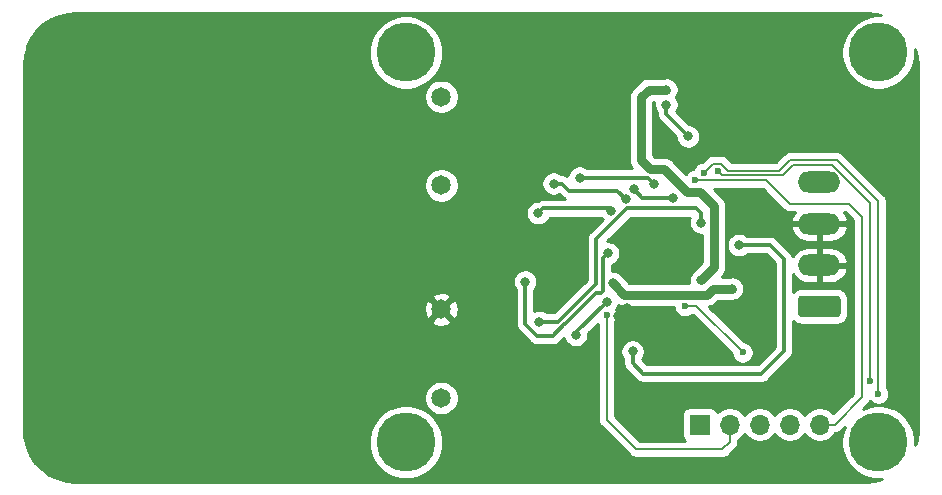
<source format=gbr>
%TF.GenerationSoftware,KiCad,Pcbnew,(5.1.6)-1*%
%TF.CreationDate,2020-12-03T13:02:19+08:00*%
%TF.ProjectId,SuperCap_UPS,53757065-7243-4617-905f-5550532e6b69,rev?*%
%TF.SameCoordinates,Original*%
%TF.FileFunction,Copper,L2,Bot*%
%TF.FilePolarity,Positive*%
%FSLAX46Y46*%
G04 Gerber Fmt 4.6, Leading zero omitted, Abs format (unit mm)*
G04 Created by KiCad (PCBNEW (5.1.6)-1) date 2020-12-03 13:02:19*
%MOMM*%
%LPD*%
G01*
G04 APERTURE LIST*
%TA.AperFunction,ComponentPad*%
%ADD10O,1.700000X1.700000*%
%TD*%
%TA.AperFunction,ComponentPad*%
%ADD11R,1.700000X1.700000*%
%TD*%
%TA.AperFunction,ComponentPad*%
%ADD12C,5.000000*%
%TD*%
%TA.AperFunction,ComponentPad*%
%ADD13O,3.600000X1.800000*%
%TD*%
%TA.AperFunction,ComponentPad*%
%ADD14C,1.651000*%
%TD*%
%TA.AperFunction,ViaPad*%
%ADD15C,0.800000*%
%TD*%
%TA.AperFunction,ViaPad*%
%ADD16C,0.600000*%
%TD*%
%TA.AperFunction,Conductor*%
%ADD17C,0.304800*%
%TD*%
%TA.AperFunction,Conductor*%
%ADD18C,0.762000*%
%TD*%
%TA.AperFunction,Conductor*%
%ADD19C,0.200000*%
%TD*%
%TA.AperFunction,Conductor*%
%ADD20C,0.254000*%
%TD*%
G04 APERTURE END LIST*
D10*
%TO.P,J2,5*%
%TO.N,Net-(J2-Pad5)*%
X198040000Y-117500000D03*
%TO.P,J2,4*%
%TO.N,Net-(J2-Pad4)*%
X195500000Y-117500000D03*
%TO.P,J2,3*%
%TO.N,Net-(J2-Pad3)*%
X192960000Y-117500000D03*
%TO.P,J2,2*%
%TO.N,Net-(J2-Pad2)*%
X190420000Y-117500000D03*
D11*
%TO.P,J2,1*%
%TO.N,Net-(J2-Pad1)*%
X187880000Y-117500000D03*
%TD*%
D12*
%TO.P,REF\u002A\u002A,*%
%TO.N,*%
X163000000Y-86000000D03*
%TD*%
%TO.P,REF\u002A\u002A,*%
%TO.N,*%
X163000000Y-119000000D03*
%TD*%
%TO.P,REF\u002A\u002A,*%
%TO.N,*%
X203000000Y-119000000D03*
%TD*%
%TO.P,REF\u002A\u002A,*%
%TO.N,*%
X203000000Y-86000000D03*
%TD*%
D13*
%TO.P,J1,4*%
%TO.N,Vin*%
X198000000Y-97000000D03*
%TO.P,J1,3*%
%TO.N,GND*%
X198000000Y-100500000D03*
%TO.P,J1,2*%
X198000000Y-104000000D03*
%TO.P,J1,1*%
%TO.N,Vout*%
%TA.AperFunction,ComponentPad*%
G36*
G01*
X199550000Y-108400000D02*
X196450000Y-108400000D01*
G75*
G02*
X196200000Y-108150000I0J250000D01*
G01*
X196200000Y-106850000D01*
G75*
G02*
X196450000Y-106600000I250000J0D01*
G01*
X199550000Y-106600000D01*
G75*
G02*
X199800000Y-106850000I0J-250000D01*
G01*
X199800000Y-108150000D01*
G75*
G02*
X199550000Y-108400000I-250000J0D01*
G01*
G37*
%TD.AperFunction*%
%TD*%
D14*
%TO.P,C2,1*%
%TO.N,Net-(C1-Pad2)*%
X166000000Y-115250000D03*
%TO.P,C2,2*%
%TO.N,GND*%
X166000000Y-107750000D03*
%TD*%
%TO.P,C1,1*%
%TO.N,Net-(C1-Pad1)*%
X166000000Y-97250000D03*
%TO.P,C1,2*%
%TO.N,Net-(C1-Pad2)*%
X166000000Y-89750000D03*
%TD*%
D15*
%TO.N,Net-(C1-Pad1)*%
X180100000Y-103000000D03*
X173100000Y-105400000D03*
%TO.N,Net-(L1-Pad1)*%
X174200000Y-99600000D03*
X180400000Y-99400000D03*
D16*
%TO.N,GND*%
X184300000Y-102500000D03*
X183100000Y-102500000D03*
D15*
X185500000Y-93200000D03*
X181000000Y-108300000D03*
X181700000Y-107600000D03*
D16*
X183700000Y-102500000D03*
D15*
%TO.N,Net-(C3-Pad1)*%
X182200000Y-111300000D03*
X191200000Y-102300000D03*
%TO.N,Net-(Q1-Pad1)*%
X186900000Y-93100000D03*
X185050000Y-90405000D03*
%TO.N,Net-(Q2-Pad2)*%
X185050000Y-89135000D03*
X188000000Y-105300000D03*
%TO.N,Net-(R1-Pad2)*%
X177700000Y-96600000D03*
X184000000Y-97100000D03*
%TO.N,Net-(R2-Pad1)*%
X175500000Y-97100000D03*
X181600000Y-98400000D03*
%TO.N,Net-(R5-Pad1)*%
X177400000Y-109900000D03*
X180000000Y-107100000D03*
%TO.N,Net-(R6-Pad2)*%
X182300000Y-97600000D03*
X185600000Y-98300000D03*
%TO.N,Net-(R8-Pad2)*%
X188000000Y-100400000D03*
X174300000Y-108800000D03*
%TO.N,Vout*%
X190600000Y-106000000D03*
X180500000Y-105500000D03*
D16*
%TO.N,Net-(J2-Pad5)*%
X187500000Y-96800000D03*
%TO.N,Net-(J2-Pad4)*%
X189400000Y-96000000D03*
X202300000Y-113800000D03*
%TO.N,Net-(J2-Pad3)*%
X188200000Y-96200000D03*
X203000000Y-114900000D03*
%TO.N,Net-(J2-Pad2)*%
X180000000Y-108200000D03*
%TO.N,Net-(J2-Pad1)*%
X186600000Y-107500000D03*
X191500000Y-111400000D03*
%TD*%
D17*
%TO.N,Net-(C1-Pad1)*%
X179700001Y-103399999D02*
X179700001Y-106199999D01*
X180100000Y-103000000D02*
X179700001Y-103399999D01*
X179700001Y-106199999D02*
X179500000Y-106400000D01*
X179500000Y-106400000D02*
X179100000Y-106400000D01*
X179100000Y-106400000D02*
X176500000Y-109000000D01*
X176413908Y-109000000D02*
X175413908Y-110000000D01*
X176500000Y-109000000D02*
X176413908Y-109000000D01*
X175413908Y-110000000D02*
X174100000Y-110000000D01*
X174100000Y-110000000D02*
X173100000Y-109000000D01*
X173100000Y-109000000D02*
X173100000Y-107900000D01*
X173100000Y-107900000D02*
X173100000Y-105400000D01*
X173100000Y-105400000D02*
X173100000Y-105400000D01*
%TO.N,Net-(L1-Pad1)*%
X174200000Y-99600000D02*
X174600000Y-99200000D01*
X180200000Y-99200000D02*
X180400000Y-99400000D01*
X174600000Y-99200000D02*
X180200000Y-99200000D01*
%TO.N,Net-(C3-Pad1)*%
X182200000Y-112300000D02*
X182200000Y-111300000D01*
X183100000Y-113200000D02*
X182200000Y-112300000D01*
X193800000Y-102300000D02*
X195000000Y-103500000D01*
X195000000Y-103500000D02*
X195000000Y-111300000D01*
X195000000Y-111300000D02*
X193100000Y-113200000D01*
X191200000Y-102300000D02*
X193800000Y-102300000D01*
X193100000Y-113200000D02*
X183100000Y-113200000D01*
%TO.N,Net-(Q1-Pad1)*%
X185050000Y-91250000D02*
X186900000Y-93100000D01*
X185050000Y-90405000D02*
X185050000Y-91250000D01*
D18*
%TO.N,Net-(Q2-Pad2)*%
X183666590Y-95866590D02*
X184866590Y-95866590D01*
X182900000Y-95100000D02*
X183666590Y-95866590D01*
X184866590Y-95866590D02*
X186800000Y-97800000D01*
X186800000Y-97800000D02*
X187900000Y-97800000D01*
X187900000Y-97800000D02*
X189100000Y-99000000D01*
X189100000Y-104200000D02*
X188000000Y-105300000D01*
X189100000Y-99000000D02*
X189100000Y-104200000D01*
X188000000Y-105300000D02*
X188000000Y-105300000D01*
X182900000Y-89798000D02*
X182900000Y-95100000D01*
X183563000Y-89135000D02*
X182900000Y-89798000D01*
X185050000Y-89135000D02*
X183563000Y-89135000D01*
D17*
%TO.N,Net-(R1-Pad2)*%
X177700000Y-96600000D02*
X177700000Y-96800000D01*
X177700000Y-96600000D02*
X183500000Y-96600000D01*
X183500000Y-96600000D02*
X184000000Y-97100000D01*
X184000000Y-97100000D02*
X184000000Y-97100000D01*
%TO.N,Net-(R2-Pad1)*%
X175500000Y-97100000D02*
X176200000Y-97100000D01*
X176200000Y-97100000D02*
X176800000Y-97700000D01*
X176800000Y-97700000D02*
X180900000Y-97700000D01*
X180900000Y-97700000D02*
X181600000Y-98400000D01*
X181600000Y-98400000D02*
X181600000Y-98400000D01*
%TO.N,Net-(R5-Pad1)*%
X180000000Y-107100000D02*
X180000000Y-107100000D01*
X177400000Y-109700000D02*
X177400000Y-109900000D01*
X180000000Y-107100000D02*
X177400000Y-109700000D01*
%TO.N,Net-(R6-Pad2)*%
X183000000Y-98300000D02*
X185600000Y-98300000D01*
X182300000Y-97600000D02*
X183000000Y-98300000D01*
%TO.N,Net-(R8-Pad2)*%
X174300000Y-108800000D02*
X174300000Y-108800000D01*
X187600000Y-99200000D02*
X188000000Y-99600000D01*
X175900000Y-108800000D02*
X179100000Y-105600000D01*
X188000000Y-99600000D02*
X188000000Y-100400000D01*
X174300000Y-108800000D02*
X175900000Y-108800000D01*
X179100000Y-105600000D02*
X179100000Y-101800000D01*
X179100000Y-101800000D02*
X181700000Y-99200000D01*
X181700000Y-99200000D02*
X187600000Y-99200000D01*
D18*
%TO.N,Vout*%
X190600000Y-106000000D02*
X189000000Y-106000000D01*
X189000000Y-106000000D02*
X188500000Y-106500000D01*
X188500000Y-106500000D02*
X181500000Y-106500000D01*
X181500000Y-106500000D02*
X180500000Y-105500000D01*
X180500000Y-105500000D02*
X180500000Y-105500000D01*
D19*
%TO.N,Net-(J2-Pad5)*%
X199300000Y-117500000D02*
X198040000Y-117500000D01*
X201600000Y-115200000D02*
X199300000Y-117500000D01*
X193500000Y-96800000D02*
X195500000Y-98800000D01*
X195500000Y-98800000D02*
X200500000Y-98800000D01*
X200500000Y-98800000D02*
X201600000Y-99900000D01*
X187500000Y-96800000D02*
X193500000Y-96800000D01*
X201600000Y-99900000D02*
X201600000Y-115200000D01*
%TO.N,Net-(J2-Pad4)*%
X189400000Y-96000000D02*
X189800000Y-96400000D01*
X189800000Y-96400000D02*
X194900000Y-96400000D01*
X194900000Y-96400000D02*
X195800000Y-95500000D01*
X199097070Y-95500000D02*
X202300000Y-98702930D01*
X195800000Y-95500000D02*
X199097070Y-95500000D01*
X202300000Y-98702930D02*
X202300000Y-113800000D01*
X202300000Y-113800000D02*
X202300000Y-113800000D01*
%TO.N,Net-(J2-Pad3)*%
X188200000Y-96200000D02*
X189000001Y-95399999D01*
X189688001Y-95399999D02*
X190288002Y-96000000D01*
X189000001Y-95399999D02*
X189688001Y-95399999D01*
X190288002Y-96000000D02*
X194600000Y-96000000D01*
X194600000Y-96000000D02*
X195500010Y-95099990D01*
X195500010Y-95099990D02*
X199499990Y-95099990D01*
X199499990Y-95099990D02*
X203000000Y-98600000D01*
X203000000Y-98600000D02*
X203000000Y-114900000D01*
X203000000Y-114900000D02*
X203000000Y-114900000D01*
%TO.N,Net-(J2-Pad2)*%
X180000000Y-108200000D02*
X180000000Y-117100000D01*
X180000000Y-117100000D02*
X182500000Y-119600000D01*
X182500000Y-119600000D02*
X189800000Y-119600000D01*
X190420000Y-118980000D02*
X190420000Y-117500000D01*
X189800000Y-119600000D02*
X190420000Y-118980000D01*
%TO.N,Net-(J2-Pad1)*%
X186600000Y-107500000D02*
X187600000Y-107500000D01*
X187600000Y-107500000D02*
X191500000Y-111400000D01*
X191500000Y-111400000D02*
X191500000Y-111400000D01*
%TD*%
D20*
%TO.N,GND*%
G36*
X202768083Y-82731173D02*
G01*
X203257272Y-82865000D01*
X202691229Y-82865000D01*
X202085554Y-82985476D01*
X201515021Y-83221799D01*
X201001554Y-83564886D01*
X200564886Y-84001554D01*
X200221799Y-84515021D01*
X199985476Y-85085554D01*
X199865000Y-85691229D01*
X199865000Y-86308771D01*
X199985476Y-86914446D01*
X200221799Y-87484979D01*
X200564886Y-87998446D01*
X201001554Y-88435114D01*
X201515021Y-88778201D01*
X202085554Y-89014524D01*
X202691229Y-89135000D01*
X203308771Y-89135000D01*
X203914446Y-89014524D01*
X204484979Y-88778201D01*
X204998446Y-88435114D01*
X205435114Y-87998446D01*
X205778201Y-87484979D01*
X206014524Y-86914446D01*
X206135000Y-86308771D01*
X206135000Y-85717233D01*
X206292065Y-86371457D01*
X206340000Y-87024207D01*
X206340001Y-117970597D01*
X206268827Y-118768083D01*
X206135000Y-119257273D01*
X206135000Y-118691229D01*
X206014524Y-118085554D01*
X205778201Y-117515021D01*
X205435114Y-117001554D01*
X204998446Y-116564886D01*
X204484979Y-116221799D01*
X203914446Y-115985476D01*
X203308771Y-115865000D01*
X202691229Y-115865000D01*
X202085554Y-115985476D01*
X201690216Y-116149231D01*
X202094193Y-115745254D01*
X202122238Y-115722238D01*
X202214087Y-115610320D01*
X202274676Y-115496966D01*
X202403972Y-115626262D01*
X202557111Y-115728586D01*
X202727271Y-115799068D01*
X202907911Y-115835000D01*
X203092089Y-115835000D01*
X203272729Y-115799068D01*
X203442889Y-115728586D01*
X203596028Y-115626262D01*
X203726262Y-115496028D01*
X203828586Y-115342889D01*
X203899068Y-115172729D01*
X203935000Y-114992089D01*
X203935000Y-114807911D01*
X203899068Y-114627271D01*
X203828586Y-114457111D01*
X203735000Y-114317049D01*
X203735000Y-98636105D01*
X203738556Y-98600000D01*
X203724365Y-98455915D01*
X203682337Y-98317366D01*
X203614087Y-98189680D01*
X203545253Y-98105806D01*
X203545250Y-98105803D01*
X203522237Y-98077762D01*
X203494197Y-98054750D01*
X200045249Y-94605803D01*
X200022228Y-94577752D01*
X199910310Y-94485903D01*
X199782623Y-94417653D01*
X199644075Y-94375625D01*
X199536095Y-94364990D01*
X199499990Y-94361434D01*
X199463885Y-94364990D01*
X195536104Y-94364990D01*
X195500009Y-94361435D01*
X195463914Y-94364990D01*
X195463905Y-94364990D01*
X195355925Y-94375625D01*
X195217377Y-94417653D01*
X195089690Y-94485903D01*
X194977772Y-94577752D01*
X194954756Y-94605797D01*
X194295554Y-95265000D01*
X190592449Y-95265000D01*
X190233259Y-94905811D01*
X190210239Y-94877761D01*
X190098321Y-94785912D01*
X189970634Y-94717662D01*
X189832086Y-94675634D01*
X189724106Y-94664999D01*
X189688001Y-94661443D01*
X189651896Y-94664999D01*
X189036095Y-94664999D01*
X189000000Y-94661444D01*
X188963905Y-94664999D01*
X188963896Y-94664999D01*
X188855916Y-94675634D01*
X188717368Y-94717662D01*
X188589681Y-94785912D01*
X188477763Y-94877761D01*
X188454747Y-94905806D01*
X188092485Y-95268068D01*
X187927271Y-95300932D01*
X187757111Y-95371414D01*
X187603972Y-95473738D01*
X187473738Y-95603972D01*
X187371414Y-95757111D01*
X187319436Y-95882599D01*
X187227271Y-95900932D01*
X187057111Y-95971414D01*
X186903972Y-96073738D01*
X186773738Y-96203972D01*
X186720496Y-96283655D01*
X185620302Y-95183462D01*
X185588486Y-95144694D01*
X185433780Y-95017730D01*
X185257277Y-94923388D01*
X185065761Y-94865292D01*
X184916492Y-94850590D01*
X184866590Y-94845675D01*
X184816688Y-94850590D01*
X184087431Y-94850590D01*
X183916000Y-94679160D01*
X183916000Y-90218840D01*
X183983840Y-90151000D01*
X184045247Y-90151000D01*
X184015000Y-90303061D01*
X184015000Y-90506939D01*
X184054774Y-90706898D01*
X184132795Y-90895256D01*
X184246063Y-91064774D01*
X184262600Y-91081311D01*
X184262600Y-91211337D01*
X184258792Y-91250000D01*
X184262600Y-91288663D01*
X184262600Y-91288673D01*
X184273588Y-91400226D01*
X184273995Y-91404357D01*
X184319018Y-91552782D01*
X184319019Y-91552783D01*
X184392135Y-91689572D01*
X184490532Y-91809469D01*
X184520573Y-91834123D01*
X185865000Y-93178551D01*
X185865000Y-93201939D01*
X185904774Y-93401898D01*
X185982795Y-93590256D01*
X186096063Y-93759774D01*
X186240226Y-93903937D01*
X186409744Y-94017205D01*
X186598102Y-94095226D01*
X186798061Y-94135000D01*
X187001939Y-94135000D01*
X187201898Y-94095226D01*
X187390256Y-94017205D01*
X187559774Y-93903937D01*
X187703937Y-93759774D01*
X187817205Y-93590256D01*
X187895226Y-93401898D01*
X187935000Y-93201939D01*
X187935000Y-92998061D01*
X187895226Y-92798102D01*
X187817205Y-92609744D01*
X187703937Y-92440226D01*
X187559774Y-92296063D01*
X187390256Y-92182795D01*
X187201898Y-92104774D01*
X187001939Y-92065000D01*
X186978551Y-92065000D01*
X185903759Y-90990209D01*
X185967205Y-90895256D01*
X186045226Y-90706898D01*
X186085000Y-90506939D01*
X186085000Y-90303061D01*
X186045226Y-90103102D01*
X185967205Y-89914744D01*
X185870490Y-89770000D01*
X185967205Y-89625256D01*
X186045226Y-89436898D01*
X186085000Y-89236939D01*
X186085000Y-89033061D01*
X186045226Y-88833102D01*
X185967205Y-88644744D01*
X185853937Y-88475226D01*
X185709774Y-88331063D01*
X185540256Y-88217795D01*
X185351898Y-88139774D01*
X185151939Y-88100000D01*
X184948061Y-88100000D01*
X184852541Y-88119000D01*
X183612902Y-88119000D01*
X183563000Y-88114085D01*
X183513098Y-88119000D01*
X183363829Y-88133702D01*
X183172313Y-88191798D01*
X182995810Y-88286140D01*
X182841104Y-88413104D01*
X182809287Y-88451873D01*
X182216873Y-89044287D01*
X182178104Y-89076104D01*
X182051140Y-89230810D01*
X181956798Y-89407314D01*
X181920890Y-89525687D01*
X181898702Y-89598830D01*
X181879085Y-89798000D01*
X181884000Y-89847902D01*
X181884001Y-95050088D01*
X181879085Y-95100000D01*
X181898702Y-95299170D01*
X181955744Y-95487210D01*
X181956799Y-95490687D01*
X182051141Y-95667190D01*
X182170476Y-95812600D01*
X178376311Y-95812600D01*
X178359774Y-95796063D01*
X178190256Y-95682795D01*
X178001898Y-95604774D01*
X177801939Y-95565000D01*
X177598061Y-95565000D01*
X177398102Y-95604774D01*
X177209744Y-95682795D01*
X177040226Y-95796063D01*
X176896063Y-95940226D01*
X176782795Y-96109744D01*
X176704774Y-96298102D01*
X176670995Y-96467922D01*
X176639572Y-96442134D01*
X176502783Y-96369018D01*
X176354357Y-96323994D01*
X176238673Y-96312600D01*
X176238663Y-96312600D01*
X176200000Y-96308792D01*
X176174968Y-96311257D01*
X176159774Y-96296063D01*
X175990256Y-96182795D01*
X175801898Y-96104774D01*
X175601939Y-96065000D01*
X175398061Y-96065000D01*
X175198102Y-96104774D01*
X175009744Y-96182795D01*
X174840226Y-96296063D01*
X174696063Y-96440226D01*
X174582795Y-96609744D01*
X174504774Y-96798102D01*
X174465000Y-96998061D01*
X174465000Y-97201939D01*
X174504774Y-97401898D01*
X174582795Y-97590256D01*
X174696063Y-97759774D01*
X174840226Y-97903937D01*
X175009744Y-98017205D01*
X175198102Y-98095226D01*
X175398061Y-98135000D01*
X175601939Y-98135000D01*
X175801898Y-98095226D01*
X175990256Y-98017205D01*
X175998287Y-98011839D01*
X176215881Y-98229432D01*
X176240531Y-98259469D01*
X176270567Y-98284119D01*
X176270569Y-98284121D01*
X176311080Y-98317367D01*
X176360428Y-98357866D01*
X176462827Y-98412600D01*
X174638662Y-98412600D01*
X174599999Y-98408792D01*
X174561336Y-98412600D01*
X174561327Y-98412600D01*
X174445643Y-98423994D01*
X174297217Y-98469018D01*
X174160428Y-98542134D01*
X174132566Y-98565000D01*
X174098061Y-98565000D01*
X173898102Y-98604774D01*
X173709744Y-98682795D01*
X173540226Y-98796063D01*
X173396063Y-98940226D01*
X173282795Y-99109744D01*
X173204774Y-99298102D01*
X173165000Y-99498061D01*
X173165000Y-99701939D01*
X173204774Y-99901898D01*
X173282795Y-100090256D01*
X173396063Y-100259774D01*
X173540226Y-100403937D01*
X173709744Y-100517205D01*
X173898102Y-100595226D01*
X174098061Y-100635000D01*
X174301939Y-100635000D01*
X174501898Y-100595226D01*
X174690256Y-100517205D01*
X174859774Y-100403937D01*
X175003937Y-100259774D01*
X175117205Y-100090256D01*
X175159810Y-99987400D01*
X179547704Y-99987400D01*
X179596063Y-100059774D01*
X179661369Y-100125080D01*
X178570573Y-101215877D01*
X178540532Y-101240531D01*
X178515879Y-101270571D01*
X178442135Y-101360428D01*
X178369018Y-101497218D01*
X178323995Y-101645643D01*
X178308792Y-101800000D01*
X178312601Y-101838673D01*
X178312600Y-105273848D01*
X175573850Y-108012600D01*
X174976311Y-108012600D01*
X174959774Y-107996063D01*
X174790256Y-107882795D01*
X174601898Y-107804774D01*
X174401939Y-107765000D01*
X174198061Y-107765000D01*
X173998102Y-107804774D01*
X173887400Y-107850629D01*
X173887400Y-106076311D01*
X173903937Y-106059774D01*
X174017205Y-105890256D01*
X174095226Y-105701898D01*
X174135000Y-105501939D01*
X174135000Y-105298061D01*
X174095226Y-105098102D01*
X174017205Y-104909744D01*
X173903937Y-104740226D01*
X173759774Y-104596063D01*
X173590256Y-104482795D01*
X173401898Y-104404774D01*
X173201939Y-104365000D01*
X172998061Y-104365000D01*
X172798102Y-104404774D01*
X172609744Y-104482795D01*
X172440226Y-104596063D01*
X172296063Y-104740226D01*
X172182795Y-104909744D01*
X172104774Y-105098102D01*
X172065000Y-105298061D01*
X172065000Y-105501939D01*
X172104774Y-105701898D01*
X172182795Y-105890256D01*
X172296063Y-106059774D01*
X172312601Y-106076312D01*
X172312600Y-107938672D01*
X172312601Y-107938681D01*
X172312600Y-108961336D01*
X172308792Y-109000000D01*
X172312600Y-109038663D01*
X172312600Y-109038672D01*
X172323994Y-109154356D01*
X172369018Y-109302782D01*
X172442134Y-109439571D01*
X172540531Y-109559469D01*
X172570577Y-109584127D01*
X173515881Y-110529433D01*
X173540531Y-110559469D01*
X173570567Y-110584119D01*
X173570570Y-110584122D01*
X173660427Y-110657865D01*
X173660428Y-110657866D01*
X173797217Y-110730982D01*
X173945643Y-110776006D01*
X174061327Y-110787400D01*
X174061335Y-110787400D01*
X174100000Y-110791208D01*
X174138665Y-110787400D01*
X175375245Y-110787400D01*
X175413908Y-110791208D01*
X175452571Y-110787400D01*
X175452581Y-110787400D01*
X175568265Y-110776006D01*
X175716691Y-110730982D01*
X175853480Y-110657866D01*
X175973377Y-110559469D01*
X175998035Y-110529423D01*
X176391632Y-110135827D01*
X176404774Y-110201898D01*
X176482795Y-110390256D01*
X176596063Y-110559774D01*
X176740226Y-110703937D01*
X176909744Y-110817205D01*
X177098102Y-110895226D01*
X177298061Y-110935000D01*
X177501939Y-110935000D01*
X177701898Y-110895226D01*
X177890256Y-110817205D01*
X178059774Y-110703937D01*
X178203937Y-110559774D01*
X178317205Y-110390256D01*
X178395226Y-110201898D01*
X178435000Y-110001939D01*
X178435000Y-109798061D01*
X178431763Y-109781787D01*
X179265000Y-108948551D01*
X179265001Y-117063885D01*
X179261444Y-117100000D01*
X179275635Y-117244085D01*
X179308899Y-117353740D01*
X179317664Y-117382633D01*
X179385914Y-117510320D01*
X179477763Y-117622238D01*
X179505808Y-117645254D01*
X181954746Y-120094193D01*
X181977762Y-120122238D01*
X182089680Y-120214087D01*
X182217367Y-120282337D01*
X182355915Y-120324365D01*
X182500000Y-120338556D01*
X182536105Y-120335000D01*
X189763895Y-120335000D01*
X189800000Y-120338556D01*
X189836105Y-120335000D01*
X189892182Y-120329477D01*
X189944085Y-120324365D01*
X190082633Y-120282337D01*
X190210320Y-120214087D01*
X190322238Y-120122238D01*
X190345258Y-120094188D01*
X190914197Y-119525250D01*
X190942237Y-119502238D01*
X190965250Y-119474197D01*
X190965253Y-119474194D01*
X191034086Y-119390321D01*
X191034087Y-119390320D01*
X191102337Y-119262633D01*
X191144365Y-119124085D01*
X191155000Y-119016105D01*
X191155000Y-119016096D01*
X191158555Y-118980001D01*
X191155000Y-118943906D01*
X191155000Y-118794883D01*
X191366632Y-118653475D01*
X191573475Y-118446632D01*
X191690000Y-118272240D01*
X191806525Y-118446632D01*
X192013368Y-118653475D01*
X192256589Y-118815990D01*
X192526842Y-118927932D01*
X192813740Y-118985000D01*
X193106260Y-118985000D01*
X193393158Y-118927932D01*
X193663411Y-118815990D01*
X193906632Y-118653475D01*
X194113475Y-118446632D01*
X194230000Y-118272240D01*
X194346525Y-118446632D01*
X194553368Y-118653475D01*
X194796589Y-118815990D01*
X195066842Y-118927932D01*
X195353740Y-118985000D01*
X195646260Y-118985000D01*
X195933158Y-118927932D01*
X196203411Y-118815990D01*
X196446632Y-118653475D01*
X196653475Y-118446632D01*
X196770000Y-118272240D01*
X196886525Y-118446632D01*
X197093368Y-118653475D01*
X197336589Y-118815990D01*
X197606842Y-118927932D01*
X197893740Y-118985000D01*
X198186260Y-118985000D01*
X198473158Y-118927932D01*
X198743411Y-118815990D01*
X198986632Y-118653475D01*
X199193475Y-118446632D01*
X199334797Y-118235129D01*
X199336105Y-118235000D01*
X199444085Y-118224365D01*
X199582633Y-118182337D01*
X199710320Y-118114087D01*
X199822238Y-118022238D01*
X199845259Y-117994188D01*
X200149231Y-117690215D01*
X199985476Y-118085554D01*
X199865000Y-118691229D01*
X199865000Y-119308771D01*
X199985476Y-119914446D01*
X200221799Y-120484979D01*
X200564886Y-120998446D01*
X201001554Y-121435114D01*
X201515021Y-121778201D01*
X202085554Y-122014524D01*
X202691229Y-122135000D01*
X203282767Y-122135000D01*
X202628543Y-122292065D01*
X201975793Y-122340000D01*
X135029392Y-122340000D01*
X134231917Y-122268827D01*
X133488110Y-122065344D01*
X132792096Y-121733363D01*
X132165870Y-121283374D01*
X131629223Y-120729597D01*
X131199129Y-120089549D01*
X130889171Y-119383447D01*
X130722985Y-118691229D01*
X159865000Y-118691229D01*
X159865000Y-119308771D01*
X159985476Y-119914446D01*
X160221799Y-120484979D01*
X160564886Y-120998446D01*
X161001554Y-121435114D01*
X161515021Y-121778201D01*
X162085554Y-122014524D01*
X162691229Y-122135000D01*
X163308771Y-122135000D01*
X163914446Y-122014524D01*
X164484979Y-121778201D01*
X164998446Y-121435114D01*
X165435114Y-120998446D01*
X165778201Y-120484979D01*
X166014524Y-119914446D01*
X166135000Y-119308771D01*
X166135000Y-118691229D01*
X166014524Y-118085554D01*
X165778201Y-117515021D01*
X165435114Y-117001554D01*
X164998446Y-116564886D01*
X164484979Y-116221799D01*
X163914446Y-115985476D01*
X163308771Y-115865000D01*
X162691229Y-115865000D01*
X162085554Y-115985476D01*
X161515021Y-116221799D01*
X161001554Y-116564886D01*
X160564886Y-117001554D01*
X160221799Y-117515021D01*
X159985476Y-118085554D01*
X159865000Y-118691229D01*
X130722985Y-118691229D01*
X130707935Y-118628543D01*
X130660000Y-117975793D01*
X130660000Y-115106153D01*
X164539500Y-115106153D01*
X164539500Y-115393847D01*
X164595626Y-115676012D01*
X164705721Y-115941806D01*
X164865555Y-116181015D01*
X165068985Y-116384445D01*
X165308194Y-116544279D01*
X165573988Y-116654374D01*
X165856153Y-116710500D01*
X166143847Y-116710500D01*
X166426012Y-116654374D01*
X166691806Y-116544279D01*
X166931015Y-116384445D01*
X167134445Y-116181015D01*
X167294279Y-115941806D01*
X167404374Y-115676012D01*
X167460500Y-115393847D01*
X167460500Y-115106153D01*
X167404374Y-114823988D01*
X167294279Y-114558194D01*
X167134445Y-114318985D01*
X166931015Y-114115555D01*
X166691806Y-113955721D01*
X166426012Y-113845626D01*
X166143847Y-113789500D01*
X165856153Y-113789500D01*
X165573988Y-113845626D01*
X165308194Y-113955721D01*
X165068985Y-114115555D01*
X164865555Y-114318985D01*
X164705721Y-114558194D01*
X164595626Y-114823988D01*
X164539500Y-115106153D01*
X130660000Y-115106153D01*
X130660000Y-108760909D01*
X165168696Y-108760909D01*
X165243367Y-109007481D01*
X165503228Y-109130931D01*
X165782180Y-109201313D01*
X166069502Y-109215921D01*
X166354154Y-109174194D01*
X166625196Y-109077737D01*
X166756633Y-109007481D01*
X166831304Y-108760909D01*
X166000000Y-107929605D01*
X165168696Y-108760909D01*
X130660000Y-108760909D01*
X130660000Y-107819502D01*
X164534079Y-107819502D01*
X164575806Y-108104154D01*
X164672263Y-108375196D01*
X164742519Y-108506633D01*
X164989091Y-108581304D01*
X165820395Y-107750000D01*
X166179605Y-107750000D01*
X167010909Y-108581304D01*
X167257481Y-108506633D01*
X167380931Y-108246772D01*
X167451313Y-107967820D01*
X167465921Y-107680498D01*
X167424194Y-107395846D01*
X167327737Y-107124804D01*
X167257481Y-106993367D01*
X167010909Y-106918696D01*
X166179605Y-107750000D01*
X165820395Y-107750000D01*
X164989091Y-106918696D01*
X164742519Y-106993367D01*
X164619069Y-107253228D01*
X164548687Y-107532180D01*
X164534079Y-107819502D01*
X130660000Y-107819502D01*
X130660000Y-106739091D01*
X165168696Y-106739091D01*
X166000000Y-107570395D01*
X166831304Y-106739091D01*
X166756633Y-106492519D01*
X166496772Y-106369069D01*
X166217820Y-106298687D01*
X165930498Y-106284079D01*
X165645846Y-106325806D01*
X165374804Y-106422263D01*
X165243367Y-106492519D01*
X165168696Y-106739091D01*
X130660000Y-106739091D01*
X130660000Y-97106153D01*
X164539500Y-97106153D01*
X164539500Y-97393847D01*
X164595626Y-97676012D01*
X164705721Y-97941806D01*
X164865555Y-98181015D01*
X165068985Y-98384445D01*
X165308194Y-98544279D01*
X165573988Y-98654374D01*
X165856153Y-98710500D01*
X166143847Y-98710500D01*
X166426012Y-98654374D01*
X166691806Y-98544279D01*
X166931015Y-98384445D01*
X167134445Y-98181015D01*
X167294279Y-97941806D01*
X167404374Y-97676012D01*
X167460500Y-97393847D01*
X167460500Y-97106153D01*
X167404374Y-96823988D01*
X167294279Y-96558194D01*
X167134445Y-96318985D01*
X166931015Y-96115555D01*
X166691806Y-95955721D01*
X166426012Y-95845626D01*
X166143847Y-95789500D01*
X165856153Y-95789500D01*
X165573988Y-95845626D01*
X165308194Y-95955721D01*
X165068985Y-96115555D01*
X164865555Y-96318985D01*
X164705721Y-96558194D01*
X164595626Y-96823988D01*
X164539500Y-97106153D01*
X130660000Y-97106153D01*
X130660000Y-89606153D01*
X164539500Y-89606153D01*
X164539500Y-89893847D01*
X164595626Y-90176012D01*
X164705721Y-90441806D01*
X164865555Y-90681015D01*
X165068985Y-90884445D01*
X165308194Y-91044279D01*
X165573988Y-91154374D01*
X165856153Y-91210500D01*
X166143847Y-91210500D01*
X166426012Y-91154374D01*
X166691806Y-91044279D01*
X166931015Y-90884445D01*
X167134445Y-90681015D01*
X167294279Y-90441806D01*
X167404374Y-90176012D01*
X167460500Y-89893847D01*
X167460500Y-89606153D01*
X167404374Y-89323988D01*
X167294279Y-89058194D01*
X167134445Y-88818985D01*
X166931015Y-88615555D01*
X166691806Y-88455721D01*
X166426012Y-88345626D01*
X166143847Y-88289500D01*
X165856153Y-88289500D01*
X165573988Y-88345626D01*
X165308194Y-88455721D01*
X165068985Y-88615555D01*
X164865555Y-88818985D01*
X164705721Y-89058194D01*
X164595626Y-89323988D01*
X164539500Y-89606153D01*
X130660000Y-89606153D01*
X130660000Y-87029392D01*
X130731173Y-86231917D01*
X130879088Y-85691229D01*
X159865000Y-85691229D01*
X159865000Y-86308771D01*
X159985476Y-86914446D01*
X160221799Y-87484979D01*
X160564886Y-87998446D01*
X161001554Y-88435114D01*
X161515021Y-88778201D01*
X162085554Y-89014524D01*
X162691229Y-89135000D01*
X163308771Y-89135000D01*
X163914446Y-89014524D01*
X164484979Y-88778201D01*
X164998446Y-88435114D01*
X165435114Y-87998446D01*
X165778201Y-87484979D01*
X166014524Y-86914446D01*
X166135000Y-86308771D01*
X166135000Y-85691229D01*
X166014524Y-85085554D01*
X165778201Y-84515021D01*
X165435114Y-84001554D01*
X164998446Y-83564886D01*
X164484979Y-83221799D01*
X163914446Y-82985476D01*
X163308771Y-82865000D01*
X162691229Y-82865000D01*
X162085554Y-82985476D01*
X161515021Y-83221799D01*
X161001554Y-83564886D01*
X160564886Y-84001554D01*
X160221799Y-84515021D01*
X159985476Y-85085554D01*
X159865000Y-85691229D01*
X130879088Y-85691229D01*
X130934656Y-85488109D01*
X131266638Y-84792095D01*
X131716626Y-84165870D01*
X132270403Y-83629223D01*
X132910451Y-83199129D01*
X133616553Y-82889171D01*
X134371457Y-82707935D01*
X135024207Y-82660000D01*
X201970608Y-82660000D01*
X202768083Y-82731173D01*
G37*
X202768083Y-82731173D02*
X203257272Y-82865000D01*
X202691229Y-82865000D01*
X202085554Y-82985476D01*
X201515021Y-83221799D01*
X201001554Y-83564886D01*
X200564886Y-84001554D01*
X200221799Y-84515021D01*
X199985476Y-85085554D01*
X199865000Y-85691229D01*
X199865000Y-86308771D01*
X199985476Y-86914446D01*
X200221799Y-87484979D01*
X200564886Y-87998446D01*
X201001554Y-88435114D01*
X201515021Y-88778201D01*
X202085554Y-89014524D01*
X202691229Y-89135000D01*
X203308771Y-89135000D01*
X203914446Y-89014524D01*
X204484979Y-88778201D01*
X204998446Y-88435114D01*
X205435114Y-87998446D01*
X205778201Y-87484979D01*
X206014524Y-86914446D01*
X206135000Y-86308771D01*
X206135000Y-85717233D01*
X206292065Y-86371457D01*
X206340000Y-87024207D01*
X206340001Y-117970597D01*
X206268827Y-118768083D01*
X206135000Y-119257273D01*
X206135000Y-118691229D01*
X206014524Y-118085554D01*
X205778201Y-117515021D01*
X205435114Y-117001554D01*
X204998446Y-116564886D01*
X204484979Y-116221799D01*
X203914446Y-115985476D01*
X203308771Y-115865000D01*
X202691229Y-115865000D01*
X202085554Y-115985476D01*
X201690216Y-116149231D01*
X202094193Y-115745254D01*
X202122238Y-115722238D01*
X202214087Y-115610320D01*
X202274676Y-115496966D01*
X202403972Y-115626262D01*
X202557111Y-115728586D01*
X202727271Y-115799068D01*
X202907911Y-115835000D01*
X203092089Y-115835000D01*
X203272729Y-115799068D01*
X203442889Y-115728586D01*
X203596028Y-115626262D01*
X203726262Y-115496028D01*
X203828586Y-115342889D01*
X203899068Y-115172729D01*
X203935000Y-114992089D01*
X203935000Y-114807911D01*
X203899068Y-114627271D01*
X203828586Y-114457111D01*
X203735000Y-114317049D01*
X203735000Y-98636105D01*
X203738556Y-98600000D01*
X203724365Y-98455915D01*
X203682337Y-98317366D01*
X203614087Y-98189680D01*
X203545253Y-98105806D01*
X203545250Y-98105803D01*
X203522237Y-98077762D01*
X203494197Y-98054750D01*
X200045249Y-94605803D01*
X200022228Y-94577752D01*
X199910310Y-94485903D01*
X199782623Y-94417653D01*
X199644075Y-94375625D01*
X199536095Y-94364990D01*
X199499990Y-94361434D01*
X199463885Y-94364990D01*
X195536104Y-94364990D01*
X195500009Y-94361435D01*
X195463914Y-94364990D01*
X195463905Y-94364990D01*
X195355925Y-94375625D01*
X195217377Y-94417653D01*
X195089690Y-94485903D01*
X194977772Y-94577752D01*
X194954756Y-94605797D01*
X194295554Y-95265000D01*
X190592449Y-95265000D01*
X190233259Y-94905811D01*
X190210239Y-94877761D01*
X190098321Y-94785912D01*
X189970634Y-94717662D01*
X189832086Y-94675634D01*
X189724106Y-94664999D01*
X189688001Y-94661443D01*
X189651896Y-94664999D01*
X189036095Y-94664999D01*
X189000000Y-94661444D01*
X188963905Y-94664999D01*
X188963896Y-94664999D01*
X188855916Y-94675634D01*
X188717368Y-94717662D01*
X188589681Y-94785912D01*
X188477763Y-94877761D01*
X188454747Y-94905806D01*
X188092485Y-95268068D01*
X187927271Y-95300932D01*
X187757111Y-95371414D01*
X187603972Y-95473738D01*
X187473738Y-95603972D01*
X187371414Y-95757111D01*
X187319436Y-95882599D01*
X187227271Y-95900932D01*
X187057111Y-95971414D01*
X186903972Y-96073738D01*
X186773738Y-96203972D01*
X186720496Y-96283655D01*
X185620302Y-95183462D01*
X185588486Y-95144694D01*
X185433780Y-95017730D01*
X185257277Y-94923388D01*
X185065761Y-94865292D01*
X184916492Y-94850590D01*
X184866590Y-94845675D01*
X184816688Y-94850590D01*
X184087431Y-94850590D01*
X183916000Y-94679160D01*
X183916000Y-90218840D01*
X183983840Y-90151000D01*
X184045247Y-90151000D01*
X184015000Y-90303061D01*
X184015000Y-90506939D01*
X184054774Y-90706898D01*
X184132795Y-90895256D01*
X184246063Y-91064774D01*
X184262600Y-91081311D01*
X184262600Y-91211337D01*
X184258792Y-91250000D01*
X184262600Y-91288663D01*
X184262600Y-91288673D01*
X184273588Y-91400226D01*
X184273995Y-91404357D01*
X184319018Y-91552782D01*
X184319019Y-91552783D01*
X184392135Y-91689572D01*
X184490532Y-91809469D01*
X184520573Y-91834123D01*
X185865000Y-93178551D01*
X185865000Y-93201939D01*
X185904774Y-93401898D01*
X185982795Y-93590256D01*
X186096063Y-93759774D01*
X186240226Y-93903937D01*
X186409744Y-94017205D01*
X186598102Y-94095226D01*
X186798061Y-94135000D01*
X187001939Y-94135000D01*
X187201898Y-94095226D01*
X187390256Y-94017205D01*
X187559774Y-93903937D01*
X187703937Y-93759774D01*
X187817205Y-93590256D01*
X187895226Y-93401898D01*
X187935000Y-93201939D01*
X187935000Y-92998061D01*
X187895226Y-92798102D01*
X187817205Y-92609744D01*
X187703937Y-92440226D01*
X187559774Y-92296063D01*
X187390256Y-92182795D01*
X187201898Y-92104774D01*
X187001939Y-92065000D01*
X186978551Y-92065000D01*
X185903759Y-90990209D01*
X185967205Y-90895256D01*
X186045226Y-90706898D01*
X186085000Y-90506939D01*
X186085000Y-90303061D01*
X186045226Y-90103102D01*
X185967205Y-89914744D01*
X185870490Y-89770000D01*
X185967205Y-89625256D01*
X186045226Y-89436898D01*
X186085000Y-89236939D01*
X186085000Y-89033061D01*
X186045226Y-88833102D01*
X185967205Y-88644744D01*
X185853937Y-88475226D01*
X185709774Y-88331063D01*
X185540256Y-88217795D01*
X185351898Y-88139774D01*
X185151939Y-88100000D01*
X184948061Y-88100000D01*
X184852541Y-88119000D01*
X183612902Y-88119000D01*
X183563000Y-88114085D01*
X183513098Y-88119000D01*
X183363829Y-88133702D01*
X183172313Y-88191798D01*
X182995810Y-88286140D01*
X182841104Y-88413104D01*
X182809287Y-88451873D01*
X182216873Y-89044287D01*
X182178104Y-89076104D01*
X182051140Y-89230810D01*
X181956798Y-89407314D01*
X181920890Y-89525687D01*
X181898702Y-89598830D01*
X181879085Y-89798000D01*
X181884000Y-89847902D01*
X181884001Y-95050088D01*
X181879085Y-95100000D01*
X181898702Y-95299170D01*
X181955744Y-95487210D01*
X181956799Y-95490687D01*
X182051141Y-95667190D01*
X182170476Y-95812600D01*
X178376311Y-95812600D01*
X178359774Y-95796063D01*
X178190256Y-95682795D01*
X178001898Y-95604774D01*
X177801939Y-95565000D01*
X177598061Y-95565000D01*
X177398102Y-95604774D01*
X177209744Y-95682795D01*
X177040226Y-95796063D01*
X176896063Y-95940226D01*
X176782795Y-96109744D01*
X176704774Y-96298102D01*
X176670995Y-96467922D01*
X176639572Y-96442134D01*
X176502783Y-96369018D01*
X176354357Y-96323994D01*
X176238673Y-96312600D01*
X176238663Y-96312600D01*
X176200000Y-96308792D01*
X176174968Y-96311257D01*
X176159774Y-96296063D01*
X175990256Y-96182795D01*
X175801898Y-96104774D01*
X175601939Y-96065000D01*
X175398061Y-96065000D01*
X175198102Y-96104774D01*
X175009744Y-96182795D01*
X174840226Y-96296063D01*
X174696063Y-96440226D01*
X174582795Y-96609744D01*
X174504774Y-96798102D01*
X174465000Y-96998061D01*
X174465000Y-97201939D01*
X174504774Y-97401898D01*
X174582795Y-97590256D01*
X174696063Y-97759774D01*
X174840226Y-97903937D01*
X175009744Y-98017205D01*
X175198102Y-98095226D01*
X175398061Y-98135000D01*
X175601939Y-98135000D01*
X175801898Y-98095226D01*
X175990256Y-98017205D01*
X175998287Y-98011839D01*
X176215881Y-98229432D01*
X176240531Y-98259469D01*
X176270567Y-98284119D01*
X176270569Y-98284121D01*
X176311080Y-98317367D01*
X176360428Y-98357866D01*
X176462827Y-98412600D01*
X174638662Y-98412600D01*
X174599999Y-98408792D01*
X174561336Y-98412600D01*
X174561327Y-98412600D01*
X174445643Y-98423994D01*
X174297217Y-98469018D01*
X174160428Y-98542134D01*
X174132566Y-98565000D01*
X174098061Y-98565000D01*
X173898102Y-98604774D01*
X173709744Y-98682795D01*
X173540226Y-98796063D01*
X173396063Y-98940226D01*
X173282795Y-99109744D01*
X173204774Y-99298102D01*
X173165000Y-99498061D01*
X173165000Y-99701939D01*
X173204774Y-99901898D01*
X173282795Y-100090256D01*
X173396063Y-100259774D01*
X173540226Y-100403937D01*
X173709744Y-100517205D01*
X173898102Y-100595226D01*
X174098061Y-100635000D01*
X174301939Y-100635000D01*
X174501898Y-100595226D01*
X174690256Y-100517205D01*
X174859774Y-100403937D01*
X175003937Y-100259774D01*
X175117205Y-100090256D01*
X175159810Y-99987400D01*
X179547704Y-99987400D01*
X179596063Y-100059774D01*
X179661369Y-100125080D01*
X178570573Y-101215877D01*
X178540532Y-101240531D01*
X178515879Y-101270571D01*
X178442135Y-101360428D01*
X178369018Y-101497218D01*
X178323995Y-101645643D01*
X178308792Y-101800000D01*
X178312601Y-101838673D01*
X178312600Y-105273848D01*
X175573850Y-108012600D01*
X174976311Y-108012600D01*
X174959774Y-107996063D01*
X174790256Y-107882795D01*
X174601898Y-107804774D01*
X174401939Y-107765000D01*
X174198061Y-107765000D01*
X173998102Y-107804774D01*
X173887400Y-107850629D01*
X173887400Y-106076311D01*
X173903937Y-106059774D01*
X174017205Y-105890256D01*
X174095226Y-105701898D01*
X174135000Y-105501939D01*
X174135000Y-105298061D01*
X174095226Y-105098102D01*
X174017205Y-104909744D01*
X173903937Y-104740226D01*
X173759774Y-104596063D01*
X173590256Y-104482795D01*
X173401898Y-104404774D01*
X173201939Y-104365000D01*
X172998061Y-104365000D01*
X172798102Y-104404774D01*
X172609744Y-104482795D01*
X172440226Y-104596063D01*
X172296063Y-104740226D01*
X172182795Y-104909744D01*
X172104774Y-105098102D01*
X172065000Y-105298061D01*
X172065000Y-105501939D01*
X172104774Y-105701898D01*
X172182795Y-105890256D01*
X172296063Y-106059774D01*
X172312601Y-106076312D01*
X172312600Y-107938672D01*
X172312601Y-107938681D01*
X172312600Y-108961336D01*
X172308792Y-109000000D01*
X172312600Y-109038663D01*
X172312600Y-109038672D01*
X172323994Y-109154356D01*
X172369018Y-109302782D01*
X172442134Y-109439571D01*
X172540531Y-109559469D01*
X172570577Y-109584127D01*
X173515881Y-110529433D01*
X173540531Y-110559469D01*
X173570567Y-110584119D01*
X173570570Y-110584122D01*
X173660427Y-110657865D01*
X173660428Y-110657866D01*
X173797217Y-110730982D01*
X173945643Y-110776006D01*
X174061327Y-110787400D01*
X174061335Y-110787400D01*
X174100000Y-110791208D01*
X174138665Y-110787400D01*
X175375245Y-110787400D01*
X175413908Y-110791208D01*
X175452571Y-110787400D01*
X175452581Y-110787400D01*
X175568265Y-110776006D01*
X175716691Y-110730982D01*
X175853480Y-110657866D01*
X175973377Y-110559469D01*
X175998035Y-110529423D01*
X176391632Y-110135827D01*
X176404774Y-110201898D01*
X176482795Y-110390256D01*
X176596063Y-110559774D01*
X176740226Y-110703937D01*
X176909744Y-110817205D01*
X177098102Y-110895226D01*
X177298061Y-110935000D01*
X177501939Y-110935000D01*
X177701898Y-110895226D01*
X177890256Y-110817205D01*
X178059774Y-110703937D01*
X178203937Y-110559774D01*
X178317205Y-110390256D01*
X178395226Y-110201898D01*
X178435000Y-110001939D01*
X178435000Y-109798061D01*
X178431763Y-109781787D01*
X179265000Y-108948551D01*
X179265001Y-117063885D01*
X179261444Y-117100000D01*
X179275635Y-117244085D01*
X179308899Y-117353740D01*
X179317664Y-117382633D01*
X179385914Y-117510320D01*
X179477763Y-117622238D01*
X179505808Y-117645254D01*
X181954746Y-120094193D01*
X181977762Y-120122238D01*
X182089680Y-120214087D01*
X182217367Y-120282337D01*
X182355915Y-120324365D01*
X182500000Y-120338556D01*
X182536105Y-120335000D01*
X189763895Y-120335000D01*
X189800000Y-120338556D01*
X189836105Y-120335000D01*
X189892182Y-120329477D01*
X189944085Y-120324365D01*
X190082633Y-120282337D01*
X190210320Y-120214087D01*
X190322238Y-120122238D01*
X190345258Y-120094188D01*
X190914197Y-119525250D01*
X190942237Y-119502238D01*
X190965250Y-119474197D01*
X190965253Y-119474194D01*
X191034086Y-119390321D01*
X191034087Y-119390320D01*
X191102337Y-119262633D01*
X191144365Y-119124085D01*
X191155000Y-119016105D01*
X191155000Y-119016096D01*
X191158555Y-118980001D01*
X191155000Y-118943906D01*
X191155000Y-118794883D01*
X191366632Y-118653475D01*
X191573475Y-118446632D01*
X191690000Y-118272240D01*
X191806525Y-118446632D01*
X192013368Y-118653475D01*
X192256589Y-118815990D01*
X192526842Y-118927932D01*
X192813740Y-118985000D01*
X193106260Y-118985000D01*
X193393158Y-118927932D01*
X193663411Y-118815990D01*
X193906632Y-118653475D01*
X194113475Y-118446632D01*
X194230000Y-118272240D01*
X194346525Y-118446632D01*
X194553368Y-118653475D01*
X194796589Y-118815990D01*
X195066842Y-118927932D01*
X195353740Y-118985000D01*
X195646260Y-118985000D01*
X195933158Y-118927932D01*
X196203411Y-118815990D01*
X196446632Y-118653475D01*
X196653475Y-118446632D01*
X196770000Y-118272240D01*
X196886525Y-118446632D01*
X197093368Y-118653475D01*
X197336589Y-118815990D01*
X197606842Y-118927932D01*
X197893740Y-118985000D01*
X198186260Y-118985000D01*
X198473158Y-118927932D01*
X198743411Y-118815990D01*
X198986632Y-118653475D01*
X199193475Y-118446632D01*
X199334797Y-118235129D01*
X199336105Y-118235000D01*
X199444085Y-118224365D01*
X199582633Y-118182337D01*
X199710320Y-118114087D01*
X199822238Y-118022238D01*
X199845259Y-117994188D01*
X200149231Y-117690215D01*
X199985476Y-118085554D01*
X199865000Y-118691229D01*
X199865000Y-119308771D01*
X199985476Y-119914446D01*
X200221799Y-120484979D01*
X200564886Y-120998446D01*
X201001554Y-121435114D01*
X201515021Y-121778201D01*
X202085554Y-122014524D01*
X202691229Y-122135000D01*
X203282767Y-122135000D01*
X202628543Y-122292065D01*
X201975793Y-122340000D01*
X135029392Y-122340000D01*
X134231917Y-122268827D01*
X133488110Y-122065344D01*
X132792096Y-121733363D01*
X132165870Y-121283374D01*
X131629223Y-120729597D01*
X131199129Y-120089549D01*
X130889171Y-119383447D01*
X130722985Y-118691229D01*
X159865000Y-118691229D01*
X159865000Y-119308771D01*
X159985476Y-119914446D01*
X160221799Y-120484979D01*
X160564886Y-120998446D01*
X161001554Y-121435114D01*
X161515021Y-121778201D01*
X162085554Y-122014524D01*
X162691229Y-122135000D01*
X163308771Y-122135000D01*
X163914446Y-122014524D01*
X164484979Y-121778201D01*
X164998446Y-121435114D01*
X165435114Y-120998446D01*
X165778201Y-120484979D01*
X166014524Y-119914446D01*
X166135000Y-119308771D01*
X166135000Y-118691229D01*
X166014524Y-118085554D01*
X165778201Y-117515021D01*
X165435114Y-117001554D01*
X164998446Y-116564886D01*
X164484979Y-116221799D01*
X163914446Y-115985476D01*
X163308771Y-115865000D01*
X162691229Y-115865000D01*
X162085554Y-115985476D01*
X161515021Y-116221799D01*
X161001554Y-116564886D01*
X160564886Y-117001554D01*
X160221799Y-117515021D01*
X159985476Y-118085554D01*
X159865000Y-118691229D01*
X130722985Y-118691229D01*
X130707935Y-118628543D01*
X130660000Y-117975793D01*
X130660000Y-115106153D01*
X164539500Y-115106153D01*
X164539500Y-115393847D01*
X164595626Y-115676012D01*
X164705721Y-115941806D01*
X164865555Y-116181015D01*
X165068985Y-116384445D01*
X165308194Y-116544279D01*
X165573988Y-116654374D01*
X165856153Y-116710500D01*
X166143847Y-116710500D01*
X166426012Y-116654374D01*
X166691806Y-116544279D01*
X166931015Y-116384445D01*
X167134445Y-116181015D01*
X167294279Y-115941806D01*
X167404374Y-115676012D01*
X167460500Y-115393847D01*
X167460500Y-115106153D01*
X167404374Y-114823988D01*
X167294279Y-114558194D01*
X167134445Y-114318985D01*
X166931015Y-114115555D01*
X166691806Y-113955721D01*
X166426012Y-113845626D01*
X166143847Y-113789500D01*
X165856153Y-113789500D01*
X165573988Y-113845626D01*
X165308194Y-113955721D01*
X165068985Y-114115555D01*
X164865555Y-114318985D01*
X164705721Y-114558194D01*
X164595626Y-114823988D01*
X164539500Y-115106153D01*
X130660000Y-115106153D01*
X130660000Y-108760909D01*
X165168696Y-108760909D01*
X165243367Y-109007481D01*
X165503228Y-109130931D01*
X165782180Y-109201313D01*
X166069502Y-109215921D01*
X166354154Y-109174194D01*
X166625196Y-109077737D01*
X166756633Y-109007481D01*
X166831304Y-108760909D01*
X166000000Y-107929605D01*
X165168696Y-108760909D01*
X130660000Y-108760909D01*
X130660000Y-107819502D01*
X164534079Y-107819502D01*
X164575806Y-108104154D01*
X164672263Y-108375196D01*
X164742519Y-108506633D01*
X164989091Y-108581304D01*
X165820395Y-107750000D01*
X166179605Y-107750000D01*
X167010909Y-108581304D01*
X167257481Y-108506633D01*
X167380931Y-108246772D01*
X167451313Y-107967820D01*
X167465921Y-107680498D01*
X167424194Y-107395846D01*
X167327737Y-107124804D01*
X167257481Y-106993367D01*
X167010909Y-106918696D01*
X166179605Y-107750000D01*
X165820395Y-107750000D01*
X164989091Y-106918696D01*
X164742519Y-106993367D01*
X164619069Y-107253228D01*
X164548687Y-107532180D01*
X164534079Y-107819502D01*
X130660000Y-107819502D01*
X130660000Y-106739091D01*
X165168696Y-106739091D01*
X166000000Y-107570395D01*
X166831304Y-106739091D01*
X166756633Y-106492519D01*
X166496772Y-106369069D01*
X166217820Y-106298687D01*
X165930498Y-106284079D01*
X165645846Y-106325806D01*
X165374804Y-106422263D01*
X165243367Y-106492519D01*
X165168696Y-106739091D01*
X130660000Y-106739091D01*
X130660000Y-97106153D01*
X164539500Y-97106153D01*
X164539500Y-97393847D01*
X164595626Y-97676012D01*
X164705721Y-97941806D01*
X164865555Y-98181015D01*
X165068985Y-98384445D01*
X165308194Y-98544279D01*
X165573988Y-98654374D01*
X165856153Y-98710500D01*
X166143847Y-98710500D01*
X166426012Y-98654374D01*
X166691806Y-98544279D01*
X166931015Y-98384445D01*
X167134445Y-98181015D01*
X167294279Y-97941806D01*
X167404374Y-97676012D01*
X167460500Y-97393847D01*
X167460500Y-97106153D01*
X167404374Y-96823988D01*
X167294279Y-96558194D01*
X167134445Y-96318985D01*
X166931015Y-96115555D01*
X166691806Y-95955721D01*
X166426012Y-95845626D01*
X166143847Y-95789500D01*
X165856153Y-95789500D01*
X165573988Y-95845626D01*
X165308194Y-95955721D01*
X165068985Y-96115555D01*
X164865555Y-96318985D01*
X164705721Y-96558194D01*
X164595626Y-96823988D01*
X164539500Y-97106153D01*
X130660000Y-97106153D01*
X130660000Y-89606153D01*
X164539500Y-89606153D01*
X164539500Y-89893847D01*
X164595626Y-90176012D01*
X164705721Y-90441806D01*
X164865555Y-90681015D01*
X165068985Y-90884445D01*
X165308194Y-91044279D01*
X165573988Y-91154374D01*
X165856153Y-91210500D01*
X166143847Y-91210500D01*
X166426012Y-91154374D01*
X166691806Y-91044279D01*
X166931015Y-90884445D01*
X167134445Y-90681015D01*
X167294279Y-90441806D01*
X167404374Y-90176012D01*
X167460500Y-89893847D01*
X167460500Y-89606153D01*
X167404374Y-89323988D01*
X167294279Y-89058194D01*
X167134445Y-88818985D01*
X166931015Y-88615555D01*
X166691806Y-88455721D01*
X166426012Y-88345626D01*
X166143847Y-88289500D01*
X165856153Y-88289500D01*
X165573988Y-88345626D01*
X165308194Y-88455721D01*
X165068985Y-88615555D01*
X164865555Y-88818985D01*
X164705721Y-89058194D01*
X164595626Y-89323988D01*
X164539500Y-89606153D01*
X130660000Y-89606153D01*
X130660000Y-87029392D01*
X130731173Y-86231917D01*
X130879088Y-85691229D01*
X159865000Y-85691229D01*
X159865000Y-86308771D01*
X159985476Y-86914446D01*
X160221799Y-87484979D01*
X160564886Y-87998446D01*
X161001554Y-88435114D01*
X161515021Y-88778201D01*
X162085554Y-89014524D01*
X162691229Y-89135000D01*
X163308771Y-89135000D01*
X163914446Y-89014524D01*
X164484979Y-88778201D01*
X164998446Y-88435114D01*
X165435114Y-87998446D01*
X165778201Y-87484979D01*
X166014524Y-86914446D01*
X166135000Y-86308771D01*
X166135000Y-85691229D01*
X166014524Y-85085554D01*
X165778201Y-84515021D01*
X165435114Y-84001554D01*
X164998446Y-83564886D01*
X164484979Y-83221799D01*
X163914446Y-82985476D01*
X163308771Y-82865000D01*
X162691229Y-82865000D01*
X162085554Y-82985476D01*
X161515021Y-83221799D01*
X161001554Y-83564886D01*
X160564886Y-84001554D01*
X160221799Y-84515021D01*
X159985476Y-85085554D01*
X159865000Y-85691229D01*
X130879088Y-85691229D01*
X130934656Y-85488109D01*
X131266638Y-84792095D01*
X131716626Y-84165870D01*
X132270403Y-83629223D01*
X132910451Y-83199129D01*
X133616553Y-82889171D01*
X134371457Y-82707935D01*
X135024207Y-82660000D01*
X201970608Y-82660000D01*
X202768083Y-82731173D01*
G36*
X194954746Y-99294193D02*
G01*
X194977762Y-99322238D01*
X195089680Y-99414087D01*
X195217367Y-99482337D01*
X195313886Y-99511616D01*
X195355914Y-99524365D01*
X195370132Y-99525765D01*
X195463895Y-99535000D01*
X195463902Y-99535000D01*
X195499999Y-99538555D01*
X195536096Y-99535000D01*
X195903640Y-99535000D01*
X195753138Y-99752796D01*
X195633245Y-100029913D01*
X195608964Y-100135260D01*
X195729622Y-100373000D01*
X197873000Y-100373000D01*
X197873000Y-100353000D01*
X198127000Y-100353000D01*
X198127000Y-100373000D01*
X200270378Y-100373000D01*
X200391036Y-100135260D01*
X200366755Y-100029913D01*
X200246862Y-99752796D01*
X200096360Y-99535000D01*
X200195554Y-99535000D01*
X200865000Y-100204447D01*
X200865001Y-114895552D01*
X199198967Y-116561587D01*
X199193475Y-116553368D01*
X198986632Y-116346525D01*
X198743411Y-116184010D01*
X198473158Y-116072068D01*
X198186260Y-116015000D01*
X197893740Y-116015000D01*
X197606842Y-116072068D01*
X197336589Y-116184010D01*
X197093368Y-116346525D01*
X196886525Y-116553368D01*
X196770000Y-116727760D01*
X196653475Y-116553368D01*
X196446632Y-116346525D01*
X196203411Y-116184010D01*
X195933158Y-116072068D01*
X195646260Y-116015000D01*
X195353740Y-116015000D01*
X195066842Y-116072068D01*
X194796589Y-116184010D01*
X194553368Y-116346525D01*
X194346525Y-116553368D01*
X194230000Y-116727760D01*
X194113475Y-116553368D01*
X193906632Y-116346525D01*
X193663411Y-116184010D01*
X193393158Y-116072068D01*
X193106260Y-116015000D01*
X192813740Y-116015000D01*
X192526842Y-116072068D01*
X192256589Y-116184010D01*
X192013368Y-116346525D01*
X191806525Y-116553368D01*
X191690000Y-116727760D01*
X191573475Y-116553368D01*
X191366632Y-116346525D01*
X191123411Y-116184010D01*
X190853158Y-116072068D01*
X190566260Y-116015000D01*
X190273740Y-116015000D01*
X189986842Y-116072068D01*
X189716589Y-116184010D01*
X189473368Y-116346525D01*
X189341513Y-116478380D01*
X189319502Y-116405820D01*
X189260537Y-116295506D01*
X189181185Y-116198815D01*
X189084494Y-116119463D01*
X188974180Y-116060498D01*
X188854482Y-116024188D01*
X188730000Y-116011928D01*
X187030000Y-116011928D01*
X186905518Y-116024188D01*
X186785820Y-116060498D01*
X186675506Y-116119463D01*
X186578815Y-116198815D01*
X186499463Y-116295506D01*
X186440498Y-116405820D01*
X186404188Y-116525518D01*
X186391928Y-116650000D01*
X186391928Y-118350000D01*
X186404188Y-118474482D01*
X186440498Y-118594180D01*
X186499463Y-118704494D01*
X186578815Y-118801185D01*
X186656574Y-118865000D01*
X182804447Y-118865000D01*
X180735000Y-116795554D01*
X180735000Y-111198061D01*
X181165000Y-111198061D01*
X181165000Y-111401939D01*
X181204774Y-111601898D01*
X181282795Y-111790256D01*
X181396063Y-111959774D01*
X181412600Y-111976311D01*
X181412600Y-112261336D01*
X181408792Y-112300000D01*
X181412600Y-112338663D01*
X181412600Y-112338672D01*
X181423994Y-112454356D01*
X181469018Y-112602782D01*
X181542134Y-112739571D01*
X181640531Y-112859469D01*
X181670577Y-112884127D01*
X182515881Y-113729433D01*
X182540531Y-113759469D01*
X182570567Y-113784119D01*
X182570569Y-113784121D01*
X182589918Y-113800000D01*
X182660428Y-113857866D01*
X182797217Y-113930982D01*
X182945643Y-113976006D01*
X183061327Y-113987400D01*
X183061336Y-113987400D01*
X183099999Y-113991208D01*
X183138662Y-113987400D01*
X193061337Y-113987400D01*
X193100000Y-113991208D01*
X193138663Y-113987400D01*
X193138673Y-113987400D01*
X193254357Y-113976006D01*
X193402783Y-113930982D01*
X193539572Y-113857866D01*
X193659469Y-113759469D01*
X193684128Y-113729422D01*
X195529428Y-111884123D01*
X195559469Y-111859469D01*
X195616271Y-111790256D01*
X195657866Y-111739573D01*
X195730982Y-111602783D01*
X195776006Y-111454358D01*
X195781169Y-111401939D01*
X195787400Y-111338673D01*
X195787400Y-111338666D01*
X195791208Y-111300000D01*
X195787400Y-111261335D01*
X195787400Y-108735755D01*
X195822038Y-108777962D01*
X195956614Y-108888405D01*
X196110150Y-108970472D01*
X196276746Y-109021008D01*
X196450000Y-109038072D01*
X199550000Y-109038072D01*
X199723254Y-109021008D01*
X199889850Y-108970472D01*
X200043386Y-108888405D01*
X200177962Y-108777962D01*
X200288405Y-108643386D01*
X200370472Y-108489850D01*
X200421008Y-108323254D01*
X200438072Y-108150000D01*
X200438072Y-106850000D01*
X200421008Y-106676746D01*
X200370472Y-106510150D01*
X200288405Y-106356614D01*
X200177962Y-106222038D01*
X200043386Y-106111595D01*
X199889850Y-106029528D01*
X199723254Y-105978992D01*
X199550000Y-105961928D01*
X196450000Y-105961928D01*
X196276746Y-105978992D01*
X196110150Y-106029528D01*
X195956614Y-106111595D01*
X195822038Y-106222038D01*
X195787400Y-106264245D01*
X195787400Y-104796785D01*
X195924790Y-104995606D01*
X196141604Y-105205748D01*
X196395249Y-105369554D01*
X196675977Y-105480729D01*
X196973000Y-105535000D01*
X197873000Y-105535000D01*
X197873000Y-104127000D01*
X198127000Y-104127000D01*
X198127000Y-105535000D01*
X199027000Y-105535000D01*
X199324023Y-105480729D01*
X199604751Y-105369554D01*
X199858396Y-105205748D01*
X200075210Y-104995606D01*
X200246862Y-104747204D01*
X200366755Y-104470087D01*
X200391036Y-104364740D01*
X200270378Y-104127000D01*
X198127000Y-104127000D01*
X197873000Y-104127000D01*
X197853000Y-104127000D01*
X197853000Y-103873000D01*
X197873000Y-103873000D01*
X197873000Y-102465000D01*
X198127000Y-102465000D01*
X198127000Y-103873000D01*
X200270378Y-103873000D01*
X200391036Y-103635260D01*
X200366755Y-103529913D01*
X200246862Y-103252796D01*
X200075210Y-103004394D01*
X199858396Y-102794252D01*
X199604751Y-102630446D01*
X199324023Y-102519271D01*
X199027000Y-102465000D01*
X198127000Y-102465000D01*
X197873000Y-102465000D01*
X196973000Y-102465000D01*
X196675977Y-102519271D01*
X196395249Y-102630446D01*
X196141604Y-102794252D01*
X195924790Y-103004394D01*
X195753138Y-103252796D01*
X195750024Y-103259992D01*
X195730982Y-103197217D01*
X195657866Y-103060428D01*
X195559469Y-102940531D01*
X195529434Y-102915882D01*
X194384127Y-101770577D01*
X194359469Y-101740531D01*
X194239572Y-101642134D01*
X194102783Y-101569018D01*
X193954357Y-101523994D01*
X193838673Y-101512600D01*
X193838663Y-101512600D01*
X193800000Y-101508792D01*
X193761337Y-101512600D01*
X191876311Y-101512600D01*
X191859774Y-101496063D01*
X191690256Y-101382795D01*
X191501898Y-101304774D01*
X191301939Y-101265000D01*
X191098061Y-101265000D01*
X190898102Y-101304774D01*
X190709744Y-101382795D01*
X190540226Y-101496063D01*
X190396063Y-101640226D01*
X190282795Y-101809744D01*
X190204774Y-101998102D01*
X190165000Y-102198061D01*
X190165000Y-102401939D01*
X190204774Y-102601898D01*
X190282795Y-102790256D01*
X190396063Y-102959774D01*
X190540226Y-103103937D01*
X190709744Y-103217205D01*
X190898102Y-103295226D01*
X191098061Y-103335000D01*
X191301939Y-103335000D01*
X191501898Y-103295226D01*
X191690256Y-103217205D01*
X191859774Y-103103937D01*
X191876311Y-103087400D01*
X193473850Y-103087400D01*
X194212600Y-103826152D01*
X194212601Y-110973848D01*
X192773850Y-112412600D01*
X183426151Y-112412600D01*
X182988631Y-111975080D01*
X183003937Y-111959774D01*
X183117205Y-111790256D01*
X183195226Y-111601898D01*
X183235000Y-111401939D01*
X183235000Y-111198061D01*
X183195226Y-110998102D01*
X183117205Y-110809744D01*
X183003937Y-110640226D01*
X182859774Y-110496063D01*
X182690256Y-110382795D01*
X182501898Y-110304774D01*
X182301939Y-110265000D01*
X182098061Y-110265000D01*
X181898102Y-110304774D01*
X181709744Y-110382795D01*
X181540226Y-110496063D01*
X181396063Y-110640226D01*
X181282795Y-110809744D01*
X181204774Y-110998102D01*
X181165000Y-111198061D01*
X180735000Y-111198061D01*
X180735000Y-108782951D01*
X180828586Y-108642889D01*
X180899068Y-108472729D01*
X180935000Y-108292089D01*
X180935000Y-108107911D01*
X180899068Y-107927271D01*
X180828586Y-107757111D01*
X180817151Y-107739998D01*
X180917205Y-107590256D01*
X180995226Y-107401898D01*
X180998764Y-107384113D01*
X181109313Y-107443202D01*
X181300829Y-107501298D01*
X181500000Y-107520915D01*
X181549902Y-107516000D01*
X185665000Y-107516000D01*
X185665000Y-107592089D01*
X185700932Y-107772729D01*
X185771414Y-107942889D01*
X185873738Y-108096028D01*
X186003972Y-108226262D01*
X186157111Y-108328586D01*
X186327271Y-108399068D01*
X186507911Y-108435000D01*
X186692089Y-108435000D01*
X186872729Y-108399068D01*
X187042889Y-108328586D01*
X187182951Y-108235000D01*
X187295554Y-108235000D01*
X190568069Y-111507515D01*
X190600932Y-111672729D01*
X190671414Y-111842889D01*
X190773738Y-111996028D01*
X190903972Y-112126262D01*
X191057111Y-112228586D01*
X191227271Y-112299068D01*
X191407911Y-112335000D01*
X191592089Y-112335000D01*
X191772729Y-112299068D01*
X191942889Y-112228586D01*
X192096028Y-112126262D01*
X192226262Y-111996028D01*
X192328586Y-111842889D01*
X192399068Y-111672729D01*
X192435000Y-111492089D01*
X192435000Y-111307911D01*
X192399068Y-111127271D01*
X192328586Y-110957111D01*
X192226262Y-110803972D01*
X192096028Y-110673738D01*
X191942889Y-110571414D01*
X191772729Y-110500932D01*
X191607515Y-110468069D01*
X188645983Y-107506537D01*
X188699171Y-107501298D01*
X188890687Y-107443202D01*
X189067190Y-107348860D01*
X189221896Y-107221896D01*
X189253713Y-107183127D01*
X189420840Y-107016000D01*
X190402541Y-107016000D01*
X190498061Y-107035000D01*
X190701939Y-107035000D01*
X190901898Y-106995226D01*
X191090256Y-106917205D01*
X191259774Y-106803937D01*
X191403937Y-106659774D01*
X191517205Y-106490256D01*
X191595226Y-106301898D01*
X191635000Y-106101939D01*
X191635000Y-105898061D01*
X191595226Y-105698102D01*
X191517205Y-105509744D01*
X191403937Y-105340226D01*
X191259774Y-105196063D01*
X191090256Y-105082795D01*
X190901898Y-105004774D01*
X190701939Y-104965000D01*
X190498061Y-104965000D01*
X190402541Y-104984000D01*
X189752841Y-104984000D01*
X189783133Y-104953708D01*
X189821896Y-104921896D01*
X189948860Y-104767190D01*
X190029209Y-104616866D01*
X190043202Y-104590688D01*
X190101298Y-104399171D01*
X190120915Y-104200000D01*
X190116000Y-104150098D01*
X190116000Y-100864740D01*
X195608964Y-100864740D01*
X195633245Y-100970087D01*
X195753138Y-101247204D01*
X195924790Y-101495606D01*
X196141604Y-101705748D01*
X196395249Y-101869554D01*
X196675977Y-101980729D01*
X196973000Y-102035000D01*
X197873000Y-102035000D01*
X197873000Y-100627000D01*
X198127000Y-100627000D01*
X198127000Y-102035000D01*
X199027000Y-102035000D01*
X199324023Y-101980729D01*
X199604751Y-101869554D01*
X199858396Y-101705748D01*
X200075210Y-101495606D01*
X200246862Y-101247204D01*
X200366755Y-100970087D01*
X200391036Y-100864740D01*
X200270378Y-100627000D01*
X198127000Y-100627000D01*
X197873000Y-100627000D01*
X195729622Y-100627000D01*
X195608964Y-100864740D01*
X190116000Y-100864740D01*
X190116000Y-99049893D01*
X190120914Y-98999999D01*
X190116000Y-98950105D01*
X190116000Y-98950098D01*
X190101298Y-98800829D01*
X190043202Y-98609313D01*
X189948860Y-98432810D01*
X189821896Y-98278104D01*
X189783133Y-98246292D01*
X189071840Y-97535000D01*
X193195554Y-97535000D01*
X194954746Y-99294193D01*
G37*
X194954746Y-99294193D02*
X194977762Y-99322238D01*
X195089680Y-99414087D01*
X195217367Y-99482337D01*
X195313886Y-99511616D01*
X195355914Y-99524365D01*
X195370132Y-99525765D01*
X195463895Y-99535000D01*
X195463902Y-99535000D01*
X195499999Y-99538555D01*
X195536096Y-99535000D01*
X195903640Y-99535000D01*
X195753138Y-99752796D01*
X195633245Y-100029913D01*
X195608964Y-100135260D01*
X195729622Y-100373000D01*
X197873000Y-100373000D01*
X197873000Y-100353000D01*
X198127000Y-100353000D01*
X198127000Y-100373000D01*
X200270378Y-100373000D01*
X200391036Y-100135260D01*
X200366755Y-100029913D01*
X200246862Y-99752796D01*
X200096360Y-99535000D01*
X200195554Y-99535000D01*
X200865000Y-100204447D01*
X200865001Y-114895552D01*
X199198967Y-116561587D01*
X199193475Y-116553368D01*
X198986632Y-116346525D01*
X198743411Y-116184010D01*
X198473158Y-116072068D01*
X198186260Y-116015000D01*
X197893740Y-116015000D01*
X197606842Y-116072068D01*
X197336589Y-116184010D01*
X197093368Y-116346525D01*
X196886525Y-116553368D01*
X196770000Y-116727760D01*
X196653475Y-116553368D01*
X196446632Y-116346525D01*
X196203411Y-116184010D01*
X195933158Y-116072068D01*
X195646260Y-116015000D01*
X195353740Y-116015000D01*
X195066842Y-116072068D01*
X194796589Y-116184010D01*
X194553368Y-116346525D01*
X194346525Y-116553368D01*
X194230000Y-116727760D01*
X194113475Y-116553368D01*
X193906632Y-116346525D01*
X193663411Y-116184010D01*
X193393158Y-116072068D01*
X193106260Y-116015000D01*
X192813740Y-116015000D01*
X192526842Y-116072068D01*
X192256589Y-116184010D01*
X192013368Y-116346525D01*
X191806525Y-116553368D01*
X191690000Y-116727760D01*
X191573475Y-116553368D01*
X191366632Y-116346525D01*
X191123411Y-116184010D01*
X190853158Y-116072068D01*
X190566260Y-116015000D01*
X190273740Y-116015000D01*
X189986842Y-116072068D01*
X189716589Y-116184010D01*
X189473368Y-116346525D01*
X189341513Y-116478380D01*
X189319502Y-116405820D01*
X189260537Y-116295506D01*
X189181185Y-116198815D01*
X189084494Y-116119463D01*
X188974180Y-116060498D01*
X188854482Y-116024188D01*
X188730000Y-116011928D01*
X187030000Y-116011928D01*
X186905518Y-116024188D01*
X186785820Y-116060498D01*
X186675506Y-116119463D01*
X186578815Y-116198815D01*
X186499463Y-116295506D01*
X186440498Y-116405820D01*
X186404188Y-116525518D01*
X186391928Y-116650000D01*
X186391928Y-118350000D01*
X186404188Y-118474482D01*
X186440498Y-118594180D01*
X186499463Y-118704494D01*
X186578815Y-118801185D01*
X186656574Y-118865000D01*
X182804447Y-118865000D01*
X180735000Y-116795554D01*
X180735000Y-111198061D01*
X181165000Y-111198061D01*
X181165000Y-111401939D01*
X181204774Y-111601898D01*
X181282795Y-111790256D01*
X181396063Y-111959774D01*
X181412600Y-111976311D01*
X181412600Y-112261336D01*
X181408792Y-112300000D01*
X181412600Y-112338663D01*
X181412600Y-112338672D01*
X181423994Y-112454356D01*
X181469018Y-112602782D01*
X181542134Y-112739571D01*
X181640531Y-112859469D01*
X181670577Y-112884127D01*
X182515881Y-113729433D01*
X182540531Y-113759469D01*
X182570567Y-113784119D01*
X182570569Y-113784121D01*
X182589918Y-113800000D01*
X182660428Y-113857866D01*
X182797217Y-113930982D01*
X182945643Y-113976006D01*
X183061327Y-113987400D01*
X183061336Y-113987400D01*
X183099999Y-113991208D01*
X183138662Y-113987400D01*
X193061337Y-113987400D01*
X193100000Y-113991208D01*
X193138663Y-113987400D01*
X193138673Y-113987400D01*
X193254357Y-113976006D01*
X193402783Y-113930982D01*
X193539572Y-113857866D01*
X193659469Y-113759469D01*
X193684128Y-113729422D01*
X195529428Y-111884123D01*
X195559469Y-111859469D01*
X195616271Y-111790256D01*
X195657866Y-111739573D01*
X195730982Y-111602783D01*
X195776006Y-111454358D01*
X195781169Y-111401939D01*
X195787400Y-111338673D01*
X195787400Y-111338666D01*
X195791208Y-111300000D01*
X195787400Y-111261335D01*
X195787400Y-108735755D01*
X195822038Y-108777962D01*
X195956614Y-108888405D01*
X196110150Y-108970472D01*
X196276746Y-109021008D01*
X196450000Y-109038072D01*
X199550000Y-109038072D01*
X199723254Y-109021008D01*
X199889850Y-108970472D01*
X200043386Y-108888405D01*
X200177962Y-108777962D01*
X200288405Y-108643386D01*
X200370472Y-108489850D01*
X200421008Y-108323254D01*
X200438072Y-108150000D01*
X200438072Y-106850000D01*
X200421008Y-106676746D01*
X200370472Y-106510150D01*
X200288405Y-106356614D01*
X200177962Y-106222038D01*
X200043386Y-106111595D01*
X199889850Y-106029528D01*
X199723254Y-105978992D01*
X199550000Y-105961928D01*
X196450000Y-105961928D01*
X196276746Y-105978992D01*
X196110150Y-106029528D01*
X195956614Y-106111595D01*
X195822038Y-106222038D01*
X195787400Y-106264245D01*
X195787400Y-104796785D01*
X195924790Y-104995606D01*
X196141604Y-105205748D01*
X196395249Y-105369554D01*
X196675977Y-105480729D01*
X196973000Y-105535000D01*
X197873000Y-105535000D01*
X197873000Y-104127000D01*
X198127000Y-104127000D01*
X198127000Y-105535000D01*
X199027000Y-105535000D01*
X199324023Y-105480729D01*
X199604751Y-105369554D01*
X199858396Y-105205748D01*
X200075210Y-104995606D01*
X200246862Y-104747204D01*
X200366755Y-104470087D01*
X200391036Y-104364740D01*
X200270378Y-104127000D01*
X198127000Y-104127000D01*
X197873000Y-104127000D01*
X197853000Y-104127000D01*
X197853000Y-103873000D01*
X197873000Y-103873000D01*
X197873000Y-102465000D01*
X198127000Y-102465000D01*
X198127000Y-103873000D01*
X200270378Y-103873000D01*
X200391036Y-103635260D01*
X200366755Y-103529913D01*
X200246862Y-103252796D01*
X200075210Y-103004394D01*
X199858396Y-102794252D01*
X199604751Y-102630446D01*
X199324023Y-102519271D01*
X199027000Y-102465000D01*
X198127000Y-102465000D01*
X197873000Y-102465000D01*
X196973000Y-102465000D01*
X196675977Y-102519271D01*
X196395249Y-102630446D01*
X196141604Y-102794252D01*
X195924790Y-103004394D01*
X195753138Y-103252796D01*
X195750024Y-103259992D01*
X195730982Y-103197217D01*
X195657866Y-103060428D01*
X195559469Y-102940531D01*
X195529434Y-102915882D01*
X194384127Y-101770577D01*
X194359469Y-101740531D01*
X194239572Y-101642134D01*
X194102783Y-101569018D01*
X193954357Y-101523994D01*
X193838673Y-101512600D01*
X193838663Y-101512600D01*
X193800000Y-101508792D01*
X193761337Y-101512600D01*
X191876311Y-101512600D01*
X191859774Y-101496063D01*
X191690256Y-101382795D01*
X191501898Y-101304774D01*
X191301939Y-101265000D01*
X191098061Y-101265000D01*
X190898102Y-101304774D01*
X190709744Y-101382795D01*
X190540226Y-101496063D01*
X190396063Y-101640226D01*
X190282795Y-101809744D01*
X190204774Y-101998102D01*
X190165000Y-102198061D01*
X190165000Y-102401939D01*
X190204774Y-102601898D01*
X190282795Y-102790256D01*
X190396063Y-102959774D01*
X190540226Y-103103937D01*
X190709744Y-103217205D01*
X190898102Y-103295226D01*
X191098061Y-103335000D01*
X191301939Y-103335000D01*
X191501898Y-103295226D01*
X191690256Y-103217205D01*
X191859774Y-103103937D01*
X191876311Y-103087400D01*
X193473850Y-103087400D01*
X194212600Y-103826152D01*
X194212601Y-110973848D01*
X192773850Y-112412600D01*
X183426151Y-112412600D01*
X182988631Y-111975080D01*
X183003937Y-111959774D01*
X183117205Y-111790256D01*
X183195226Y-111601898D01*
X183235000Y-111401939D01*
X183235000Y-111198061D01*
X183195226Y-110998102D01*
X183117205Y-110809744D01*
X183003937Y-110640226D01*
X182859774Y-110496063D01*
X182690256Y-110382795D01*
X182501898Y-110304774D01*
X182301939Y-110265000D01*
X182098061Y-110265000D01*
X181898102Y-110304774D01*
X181709744Y-110382795D01*
X181540226Y-110496063D01*
X181396063Y-110640226D01*
X181282795Y-110809744D01*
X181204774Y-110998102D01*
X181165000Y-111198061D01*
X180735000Y-111198061D01*
X180735000Y-108782951D01*
X180828586Y-108642889D01*
X180899068Y-108472729D01*
X180935000Y-108292089D01*
X180935000Y-108107911D01*
X180899068Y-107927271D01*
X180828586Y-107757111D01*
X180817151Y-107739998D01*
X180917205Y-107590256D01*
X180995226Y-107401898D01*
X180998764Y-107384113D01*
X181109313Y-107443202D01*
X181300829Y-107501298D01*
X181500000Y-107520915D01*
X181549902Y-107516000D01*
X185665000Y-107516000D01*
X185665000Y-107592089D01*
X185700932Y-107772729D01*
X185771414Y-107942889D01*
X185873738Y-108096028D01*
X186003972Y-108226262D01*
X186157111Y-108328586D01*
X186327271Y-108399068D01*
X186507911Y-108435000D01*
X186692089Y-108435000D01*
X186872729Y-108399068D01*
X187042889Y-108328586D01*
X187182951Y-108235000D01*
X187295554Y-108235000D01*
X190568069Y-111507515D01*
X190600932Y-111672729D01*
X190671414Y-111842889D01*
X190773738Y-111996028D01*
X190903972Y-112126262D01*
X191057111Y-112228586D01*
X191227271Y-112299068D01*
X191407911Y-112335000D01*
X191592089Y-112335000D01*
X191772729Y-112299068D01*
X191942889Y-112228586D01*
X192096028Y-112126262D01*
X192226262Y-111996028D01*
X192328586Y-111842889D01*
X192399068Y-111672729D01*
X192435000Y-111492089D01*
X192435000Y-111307911D01*
X192399068Y-111127271D01*
X192328586Y-110957111D01*
X192226262Y-110803972D01*
X192096028Y-110673738D01*
X191942889Y-110571414D01*
X191772729Y-110500932D01*
X191607515Y-110468069D01*
X188645983Y-107506537D01*
X188699171Y-107501298D01*
X188890687Y-107443202D01*
X189067190Y-107348860D01*
X189221896Y-107221896D01*
X189253713Y-107183127D01*
X189420840Y-107016000D01*
X190402541Y-107016000D01*
X190498061Y-107035000D01*
X190701939Y-107035000D01*
X190901898Y-106995226D01*
X191090256Y-106917205D01*
X191259774Y-106803937D01*
X191403937Y-106659774D01*
X191517205Y-106490256D01*
X191595226Y-106301898D01*
X191635000Y-106101939D01*
X191635000Y-105898061D01*
X191595226Y-105698102D01*
X191517205Y-105509744D01*
X191403937Y-105340226D01*
X191259774Y-105196063D01*
X191090256Y-105082795D01*
X190901898Y-105004774D01*
X190701939Y-104965000D01*
X190498061Y-104965000D01*
X190402541Y-104984000D01*
X189752841Y-104984000D01*
X189783133Y-104953708D01*
X189821896Y-104921896D01*
X189948860Y-104767190D01*
X190029209Y-104616866D01*
X190043202Y-104590688D01*
X190101298Y-104399171D01*
X190120915Y-104200000D01*
X190116000Y-104150098D01*
X190116000Y-100864740D01*
X195608964Y-100864740D01*
X195633245Y-100970087D01*
X195753138Y-101247204D01*
X195924790Y-101495606D01*
X196141604Y-101705748D01*
X196395249Y-101869554D01*
X196675977Y-101980729D01*
X196973000Y-102035000D01*
X197873000Y-102035000D01*
X197873000Y-100627000D01*
X198127000Y-100627000D01*
X198127000Y-102035000D01*
X199027000Y-102035000D01*
X199324023Y-101980729D01*
X199604751Y-101869554D01*
X199858396Y-101705748D01*
X200075210Y-101495606D01*
X200246862Y-101247204D01*
X200366755Y-100970087D01*
X200391036Y-100864740D01*
X200270378Y-100627000D01*
X198127000Y-100627000D01*
X197873000Y-100627000D01*
X195729622Y-100627000D01*
X195608964Y-100864740D01*
X190116000Y-100864740D01*
X190116000Y-99049893D01*
X190120914Y-98999999D01*
X190116000Y-98950105D01*
X190116000Y-98950098D01*
X190101298Y-98800829D01*
X190043202Y-98609313D01*
X189948860Y-98432810D01*
X189821896Y-98278104D01*
X189783133Y-98246292D01*
X189071840Y-97535000D01*
X193195554Y-97535000D01*
X194954746Y-99294193D01*
G36*
X187004774Y-100098102D02*
G01*
X186965000Y-100298061D01*
X186965000Y-100501939D01*
X187004774Y-100701898D01*
X187082795Y-100890256D01*
X187196063Y-101059774D01*
X187340226Y-101203937D01*
X187509744Y-101317205D01*
X187698102Y-101395226D01*
X187898061Y-101435000D01*
X188084000Y-101435000D01*
X188084001Y-103779158D01*
X187421205Y-104441954D01*
X187340226Y-104496063D01*
X187196063Y-104640226D01*
X187082795Y-104809744D01*
X187004774Y-104998102D01*
X186965000Y-105198061D01*
X186965000Y-105401939D01*
X186981323Y-105484000D01*
X181920841Y-105484000D01*
X181358046Y-104921205D01*
X181303937Y-104840226D01*
X181159774Y-104696063D01*
X180990256Y-104582795D01*
X180801898Y-104504774D01*
X180601939Y-104465000D01*
X180487401Y-104465000D01*
X180487401Y-103959809D01*
X180590256Y-103917205D01*
X180759774Y-103803937D01*
X180903937Y-103659774D01*
X181017205Y-103490256D01*
X181095226Y-103301898D01*
X181135000Y-103101939D01*
X181135000Y-102898061D01*
X181095226Y-102698102D01*
X181017205Y-102509744D01*
X180903937Y-102340226D01*
X180759774Y-102196063D01*
X180590256Y-102082795D01*
X180401898Y-102004774D01*
X180201939Y-101965000D01*
X180048550Y-101965000D01*
X182026152Y-99987400D01*
X187050629Y-99987400D01*
X187004774Y-100098102D01*
G37*
X187004774Y-100098102D02*
X186965000Y-100298061D01*
X186965000Y-100501939D01*
X187004774Y-100701898D01*
X187082795Y-100890256D01*
X187196063Y-101059774D01*
X187340226Y-101203937D01*
X187509744Y-101317205D01*
X187698102Y-101395226D01*
X187898061Y-101435000D01*
X188084000Y-101435000D01*
X188084001Y-103779158D01*
X187421205Y-104441954D01*
X187340226Y-104496063D01*
X187196063Y-104640226D01*
X187082795Y-104809744D01*
X187004774Y-104998102D01*
X186965000Y-105198061D01*
X186965000Y-105401939D01*
X186981323Y-105484000D01*
X181920841Y-105484000D01*
X181358046Y-104921205D01*
X181303937Y-104840226D01*
X181159774Y-104696063D01*
X180990256Y-104582795D01*
X180801898Y-104504774D01*
X180601939Y-104465000D01*
X180487401Y-104465000D01*
X180487401Y-103959809D01*
X180590256Y-103917205D01*
X180759774Y-103803937D01*
X180903937Y-103659774D01*
X181017205Y-103490256D01*
X181095226Y-103301898D01*
X181135000Y-103101939D01*
X181135000Y-102898061D01*
X181095226Y-102698102D01*
X181017205Y-102509744D01*
X180903937Y-102340226D01*
X180759774Y-102196063D01*
X180590256Y-102082795D01*
X180401898Y-102004774D01*
X180201939Y-101965000D01*
X180048550Y-101965000D01*
X182026152Y-99987400D01*
X187050629Y-99987400D01*
X187004774Y-100098102D01*
%TD*%
M02*

</source>
